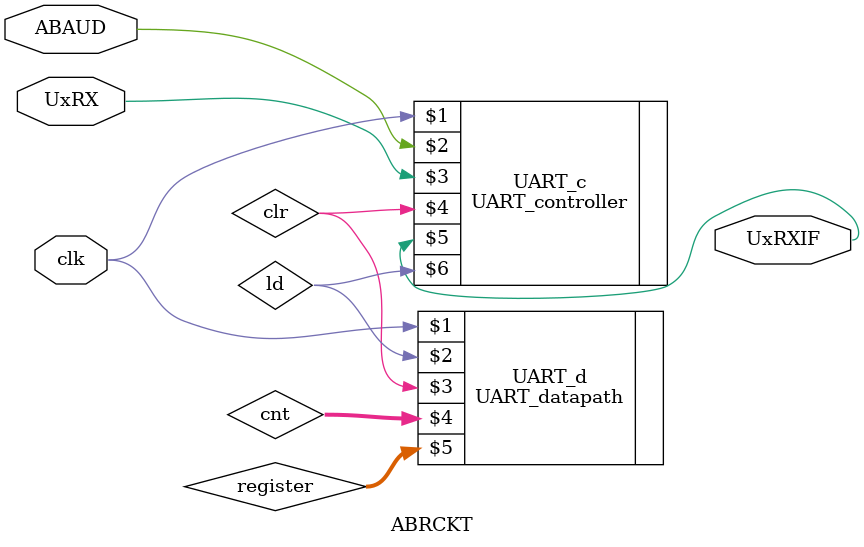
<source format=v>
`timescale 1ps/1ps
module ABRCKT(input clk,ABAUD,UxRX, output UxRXIF);

wire [63:0]cnt;
wire [63:0]register;
wire clr,ld;

UART_controller UART_c(clk, ABAUD,UxRX,clr,UxRXIF, ld);

UART_datapath UART_d(clk,ld,clr,cnt,register);



endmodule

</source>
